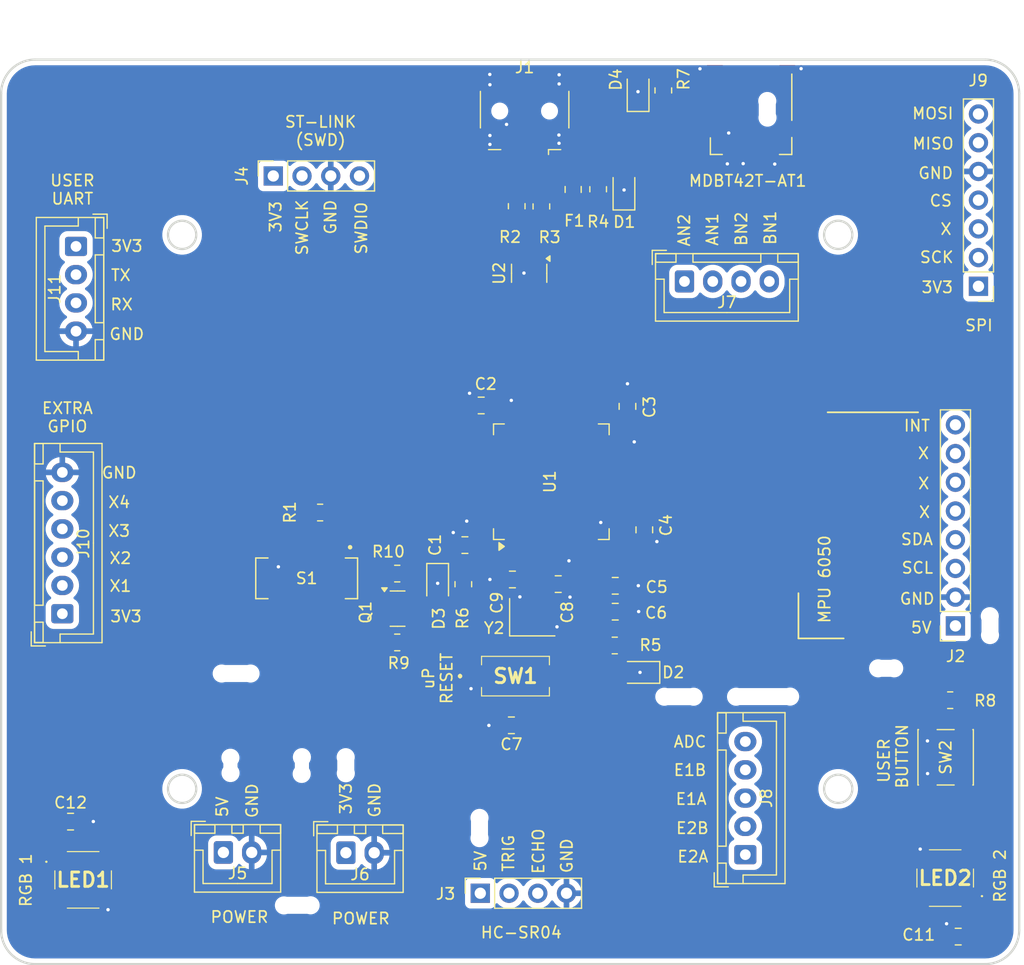
<source format=kicad_pcb>
(kicad_pcb (version 20241229) (generator "pcbnew") (generator_version "9.0")
  (layers (0 "F.Cu" signal) (2 "B.Cu" signal) (13 "F.Paste" user) (15 "B.Paste" user) (5 "F.SilkS" user "F.Silkscreen") (7 "B.SilkS" user "B.Silkscreen") (1 "F.Mask" user) (3 "B.Mask" user) (25 "Edge.Cuts" user))
  (net 0 "")
  (net 2 "/PS2_SCK")
  (net 3 "/PS2_MISO")
  (net 5 "/PS2_CS")
  (net 6 "/PS2_MOSI")
  (net 7 "Net-(U1-PA1)")
  (net 9 "/X4")
  (net 10 "/X3")
  (net 11 "/X1")
  (net 12 "/X2")
  (net 13 "/USER_TX")
  (net 16 "/USER_RX")
  (net 21 "/RESET")
  (net 28 "+3V3")
  (net 29 "GND")
  (net 33 "Net-(R1-Pad2)")
  (net 34 "/BOOT")
  (net 35 "/OSC_OUT")
  (net 36 "/OSC_IN")
  (net 37 "Net-(D1-A)")
  (net 39 "/D+")
  (net 40 "/D-")
  (net 41 "Net-(J1-VBUS)")
  (net 42 "/USB_CONN_D+")
  (net 43 "/USB_CONN_D-")
  (net 44 "Vusb")
  (net 45 "/USB_D+")
  (net 46 "/USB_D-")
  (net 47 "Net-(D2-A)")
  (net 48 "Net-(D3-A)")
  (net 49 "/USER_LED")
  (net 51 "+5V")
  (net 52 "/IMU_INT")
  (net 54 "/IMU_I2C_SCL")
  (net 56 "/IMU_I2C_SDA")
  (net 65 "Net-(D4-A)")
  (net 66 "/BL_WAKEUP")
  (net 67 "/BL_RX")
  (net 68 "/BL_TX")
  (net 69 "Net-(MDBT42T-AT1-INDICATOR)")
  (net 70 "/ULTRA_TRIG")
  (net 71 "/ULTRA_ECHO")
  (net 72 "/SWCLK")
  (net 73 "/SWDIO")
  (net 74 "/uBUTTON")
  (net 75 "/BN1")
  (net 76 "/AN1")
  (net 77 "/AN2")
  (net 78 "/BN2")
  (net 79 "/E2A")
  (net 80 "/E2B")
  (net 81 "/E1A")
  (net 82 "/E1B")
  (net 83 "/PWR_ADC")
  (net 84 "Net-(LED1-DOUT)")
  (net 85 "Net-(LED1-DIN)")
  (net 87 "/RGB_DIN")
  (footprint "Resistor_SMD:R_0805_2012Metric_Pad1.20x1.40mm_HandSolder" (layer "F.Cu") (at 137.68 42.715 -90)
    (property "Reference" "R2")
    (property "Value" "22")
  )
  (footprint "Package_QFP:LQFP-64_10x10mm_P0.5mm" (layer "F.Cu") (at 140.74 67.085 90)
    (property "Reference" "U1")
    (property "Value" "STM32F103RCTx")
  )
  (footprint "Resistor_SMD:R_0805_2012Metric_Pad1.20x1.40mm_HandSolder" (layer "F.Cu") (at 127.1175 81.3 180)
    (property "Reference" "R9")
    (property "Value" "10k")
  )
  (footprint "Resistor_SMD:R_0805_2012Metric_Pad1.20x1.40mm_HandSolder" (layer "F.Cu") (at 139.86 42.735 90)
    (property "Reference" "R3")
    (property "Value" "22")
  )
  (footprint "Capacitor_SMD:C_0805_2012Metric_Pad1.18x1.45mm_HandSolder" (layer "F.Cu") (at 98.2375 97.15)
    (property "Reference" "C12")
    (property "Value" "0.1uF")
  )
  (footprint "Connector_JST:JST_XH_B2B-XH-A_1x02_P2.50mm_Vertical" (layer "F.Cu") (at 122.58 99.9)
    (property "Reference" "J6")
    (property "Value" "CONN_3V3")
  )
  (footprint "Connector_PinHeader_2.54mm:PinHeader_1x07_P2.54mm_Vertical" (layer "F.Cu") (at 178.5 49.8 180)
    (property "Reference" "J9")
    (property "Value" "CONN_PS2")
  )
  (footprint "Connector_JST:JST_XH_B5B-XH-A_1x05_P2.50mm_Vertical" (layer "F.Cu") (at 157.89 100.07 90)
    (property "Reference" "J8")
    (property "Value" "CONN_HAL")
  )
  (footprint "Connector_PinSocket_2.54mm:PinSocket_1x08_P2.54mm_Vertical" (layer "F.Cu") (at 176.465 79.835 180)
    (property "Reference" "J2")
    (property "Value" "CONN_MPU6050")
  )
  (footprint "LED_SMD:LED_0805_2012Metric_Pad1.15x1.40mm_HandSolder" (layer "F.Cu") (at 148.41 32.475 90)
    (property "Reference" "D4")
    (property "Value" "BL_IND_LED")
  )
  (footprint "Package_TO_SOT_SMD:SOT-23" (layer "F.Cu") (at 127.1475 78.31)
    (property "Reference" "Q1")
    (property "Value" "BSS138")
  )
  (footprint "LED_SMD:LED_0805_2012Metric_Pad1.15x1.40mm_HandSolder" (layer "F.Cu") (at 130.69 76.18 -90)
    (property "Reference" "D3")
    (property "Value" "USER_LED")
  )
  (footprint "Resistor_SMD:R_0805_2012Metric_Pad1.20x1.40mm_HandSolder" (layer "F.Cu") (at 146.3475 81.57)
    (property "Reference" "R5")
    (property "Value" "10k")
  )
  (footprint "RGB_LED:INPI55TATPRPGPB" (layer "F.Cu") (at 99.35 102.3)
    (property "Reference" "LED1")
    (property "Value" "IN-PI55TATPRPGPB" (hide yes))
  )
  (footprint "Fuse:Fuse_0805_2012Metric_Pad1.15x1.40mm_HandSolder" (layer "F.Cu") (at 142.67 41.235 -90)
    (property "Reference" "F1")
    (property "Value" "PTCSMD")
  )
  (footprint "Capacitor_SMD:C_0805_2012Metric_Pad1.18x1.45mm_HandSolder" (layer "F.Cu") (at 137.3 75.73 180)
    (property "Reference" "C9")
    (property "Value" "22pF")
  )
  (footprint "Resistor_SMD:R_0805_2012Metric_Pad1.20x1.40mm_HandSolder" (layer "F.Cu") (at 127.1175 75.21 180)
    (property "Reference" "R10")
    (property "Value" "10k")
  )
  (footprint "Connector_PinSocket_2.54mm:PinSocket_1x04_P2.54mm_Vertical" (layer "F.Cu") (at 116.16 40.04 90)
    (property "Reference" "J4")
    (property "Value" "CONN_SWD")
  )
  (footprint "Resistor_SMD:R_0805_2012Metric_Pad1.20x1.40mm_HandSolder" (layer "F.Cu") (at 176 86.41)
    (property "Reference" "R8")
    (property "Value" "10k")
  )
  (footprint "Connector_JST:JST_XH_B4B-XH-A_1x04_P2.50mm_Vertical" (layer "F.Cu") (at 98.72 46.27 -90)
    (property "Reference" "J11")
    (property "Value" "CONN_UART")
  )
  (footprint "MDBT42T-AT:MDBT42T" (layer "F.Cu") (at 158.4 32.54)
    (property "Reference" "MDBT42T-AT1" (hide yes))
    (property "Value" "MDBT42T-AT" (hide yes))
  )
  (footprint "Capacitor_SMD:C_0805_2012Metric_Pad1.18x1.45mm_HandSolder" (layer "F.Cu") (at 134.54 60.34 180)
    (property "Reference" "C2")
    (property "Value" "0.1uF")
  )
  (footprint "Resistor_SMD:R_0805_2012Metric_Pad1.20x1.40mm_HandSolder" (layer "F.Cu") (at 132.96 76.15 -90)
    (property "Reference" "R6")
    (property "Value" "10k")
  )
  (footprint "Resistor_SMD:R_0805_2012Metric_Pad1.20x1.40mm_HandSolder" (layer "F.Cu") (at 150.64 32.475 90)
    (property "Reference" "R7")
    (property "Value" "10k")
  )
  (footprint "Capacitor_SMD:C_0805_2012Metric_Pad1.18x1.45mm_HandSolder" (layer "F.Cu") (at 148.96 71.34 -90)
    (property "Reference" "C4")
    (property "Value" "0.1uF")
  )
  (footprint "Package_TO_SOT_SMD:SOT-23-6" (layer "F.Cu") (at 138.78 48.6475 -90)
    (property "Reference" "U2")
    (property "Value" "USBLC6-2SC6")
  )
  (footprint "Capacitor_SMD:C_0805_2012Metric_Pad1.18x1.45mm_HandSolder" (layer "F.Cu") (at 146.39 76.29)
    (property "Reference" "C5")
    (property "Value" "0.1uF")
  )
  (footprint "Connector_PinSocket_2.54mm:PinSocket_1x04_P2.54mm_Vertical" (layer "F.Cu") (at 134.46 103.485 90)
    (property "Reference" "J3")
    (property "Value" "CONN_ULTRA")
  )
  (footprint "Connector_JST:JST_XH_B4B-XH-A_1x04_P2.50mm_Vertical" (layer "F.Cu") (at 152.51 49.37)
    (property "Reference" "J7")
    (property "Value" "CONN_DRIVE")
  )
  (footprint "Crystal:Crystal_SMD_Abracon_ABM8G-4Pin_3.2x2.5mm" (layer "F.Cu") (at 139.0525 79.07)
    (property "Reference" "Y2")
    (property "Value" "16MHz")
  )
  (footprint "SW_uP_Reset:SW_uP_Reset" (layer "F.Cu") (at 137.57 84.28)
    (property "Reference" "SW1")
    (property "Value" "SW_uP_Reset" (hide yes))
  )
  (footprint "Capacitor_SMD:C_0805_2012Metric_Pad1.18x1.45mm_HandSolder" (layer "F.Cu") (at 146.39 78.58)
    (property "Reference" "C6")
    (property "Value" "10uF")
  )
  (footprint "Connector_JST:JST_XH_B2B-XH-A_1x02_P2.50mm_Vertical" (layer "F.Cu") (at 111.75 99.875)
    (property "Reference" "J5")
    (property "Value" "CONN_5V")
  )
  (footprint "LED_SMD:LED_0805_2012Metric_Pad1.15x1.40mm_HandSolder" (layer "F.Cu") (at 148.4675 83.95 180)
    (property "Reference" "D2")
    (property "Value" "uP_PWR_LED")
  )
  (footprint "Capacitor_SMD:C_0805_2012Metric_Pad1.18x1.45mm_HandSolder" (layer "F.Cu") (at 133.1 72.69 180)
    (property "Reference" "C1")
    (property "Value" "0.1uF")
  )
  (footprint "RGB_LED:INPI55TATPRPGPB" (layer "F.Cu") (at 175.56 102.14 180)
    (property "Reference" "LED2")
    (property "Value" "IN-PI55TATPRPGPB" (hide yes))
  )
  (footprint "Capacitor_SMD:C_0805_2012Metric_Pad1.18x1.45mm_HandSolder" (layer "F.Cu") (at 141.35 76.14)
    (property "Reference" "C8")
    (property "Value" "22pF")
  )
  (footprint "Resistor_SMD:R_0805_2012Metric_Pad1.20x1.40mm_HandSolder" (layer "F.Cu") (at 120.3 69.81 180)
    (property "Reference" "R1")
    (property "Value" "10k")
  )
  (footprint "Connector_JST:JST_XH_B6B-XH-A_1x06_P2.50mm_Vertical" (layer "F.Cu") (at 97.51 78.76 90)
    (property "Reference" "J10")
    (property "Value" "CONN_TRACK")
  )
  (footprint "Capacitor_SMD:C_0805_2012Metric_Pad1.18x1.45mm_HandSolder" (layer "F.Cu") (at 147.47 60.42 90)
    (property "Reference" "C3")
    (property "Value" "0.1uF")
  )
  (footprint "Button_Switch_SMD:SW_SPST_PTS647_Sx50" (layer "F.Cu") (at 175.6 91.46 -90)
    (property "Reference" "SW2")
    (property "Value" "SW_USER")
  )
  (footprint "LED_SMD:LED_0805_2012Metric_Pad1.15x1.40mm_HandSolder" (layer "F.Cu") (at 147.16 41.185 90)
    (property "Reference" "D1")
    (property "Value" "USB_PWR_LED")
  )
  (footprint "SW_uP_Boot:SW_uP_Boot" (layer "F.Cu") (at 119.11 75.63 180)
    (property "Reference" "S1")
    (property "Value" "JS202011SCQN")
  )
  (footprint "Capacitor_SMD:C_0805_2012Metric_Pad1.18x1.45mm_HandSolder" (layer "F.Cu") (at 176.71 107.32 180)
    (property "Reference" "C11")
    (property "Value" "0.1uF")
  )
  (footprint "Connector_USB:USB_Mini-B_Lumberg_2486_01_Horizontal" (layer "F.Cu") (at 138.38 34.3 180)
    (property "Reference" "J1")
    (property "Value" "USB_B_Mini")
  )
  (footprint "Capacitor_SMD:C_0805_2012Metric_Pad1.18x1.45mm_HandSolder" (layer "F.Cu") (at 137.21 88.63 180)
    (property "Reference" "C7")
    (property "Value" "0.01uF")
  )
  (footprint "Resistor_SMD:R_0805_2012Metric_Pad1.20x1.40mm_HandSolder" (layer "F.Cu") (at 144.88 41.215 90)
    (property "Reference" "R4")
    (property "Value" "10k")
  )
  (gr_line (start 162.585 80.945) (end 166.585 80.945) (stroke (width 0.15)) (layer "F.SilkS"))
  (gr_line (start 162.585 80.945) (end 162.585 76.945) (stroke (width 0.15)) (layer "F.SilkS"))
  (gr_line (start 173.165 60.945) (end 165.165 60.945) (stroke (width 0.15)) (layer "F.SilkS"))
  (gr_arc (start 179.1 29.750001) (mid 181.22132 30.628681) (end 182.1 32.750001) (stroke (width 0.2)) (layer "Edge.Cuts"))
  (gr_arc (start 182.1 106.750001) (mid 181.22132 108.871321) (end 179.1 109.750001) (stroke (width 0.2)) (layer "Edge.Cuts"))
  (gr_line (start 179.1 29.750001) (end 95.100001 29.750001) (stroke (width 0.2)) (layer "Edge.Cuts"))
  (gr_circle (center 108.1 94.250001) (end 109.35 94.250001) (stroke (width 0.2)) (fill no) (layer "Edge.Cuts"))
  (gr_circle (center 108.1 45.250001) (end 109.35 45.250001) (stroke (width 0.2)) (fill no) (layer "Edge.Cuts"))
  (gr_line (start 179.1 109.750001) (end 95.100001 109.750001) (stroke (width 0.2)) (layer "Edge.Cuts"))
  (gr_arc (start 95.100001 109.750001) (mid 92.97868 108.871321) (end 92.1 106.75) (stroke (width 0.2)) (layer "Edge.Cuts"))
  (gr_arc (start 92.1 32.750002) (mid 92.97868 30.628681) (end 95.100001 29.750001) (stroke (width 0.2)) (layer "Edge.Cuts"))
  (gr_line (start 182.1 106.750001) (end 182.1 32.750001) (stroke (width 0.2)) (layer "Edge.Cuts"))
  (gr_circle (center 166.1 94.250001) (end 167.35 94.250001) (stroke (width 0.2)) (fill no) (layer "Edge.Cuts"))
  (gr_circle (center 166.1 45.250001) (end 167.35 45.250001) (stroke (width 0.2)) (fill no) (layer "Edge.Cuts"))
  (gr_line (start 92.1 106.75) (end 92.1 32.750002) (stroke (width 0.2)) (layer "Edge.Cuts"))
  (gr_text "5V" (at 111.65 95.84 90) (layer "F.SilkS") (effects (font (size 1 1))))
  (gr_text "X2" (at 102.65 73.85 0) (layer "F.SilkS") (effects (font (size 1 1))))
  (gr_text "ECHO" (at 139.6 99.77 90) (layer "F.SilkS") (effects (font (size 1 1))))
  (gr_text "E1B" (at 153 92.59 0) (layer "F.SilkS") (effects (font (size 1 1))))
  (gr_text "AN1" (at 154.98 44.77 90) (layer "F.SilkS") (effects (font (size 1 1))))
  (gr_text "X" (at 173.73 69.78 0) (layer "F.SilkS") (effects (font (size 1 1))))
  (gr_text "GND" (at 121.22 43.68 90) (layer "F.SilkS") (effects (font (size 1 1))))
  (gr_text "MOSI" (at 174.46 34.51 0) (layer "F.SilkS") (effects (font (size 1 1))))
  (gr_text "3V3" (at 103.22 46.24 0) (layer "F.SilkS") (effects (font (size 1 1))))
  (gr_text "E2A" (at 153.25 100.25 0) (layer "F.SilkS") (effects (font (size 1 1))))
  (gr_text "TX" (at 102.68 48.82 0) (layer "F.SilkS") (effects (font (size 1 1))))
  (gr_text "GND" (at 103.21 54.03 0) (layer "F.SilkS") (effects (font (size 1 1))))
  (gr_text "HC-SR04" (at 138.08 106.96 0) (layer "F.SilkS") (effects (font (size 1 1))))
  (gr_text "3V3" (at 116.37 43.65 90) (layer "F.SilkS") (effects (font (size 1 1))))
  (gr_text "E1A" (at 153.1 95.15 0) (layer "F.SilkS") (effects (font (size 1 1))))
  (gr_text "X" (at 175.63 44.74 0) (layer "F.SilkS") (effects (font (size 1 1))))
  (gr_text "RX" (at 102.75 51.41 0) (layer "F.SilkS") (effects (font (size 1 1))))
  (gr_text "X4" (at 102.54 68.9 0) (layer "F.SilkS") (effects (font (size 1 1))))
  (gr_text "SCL" (at 173.1 74.7 0) (layer "F.SilkS") (effects (font (size 1 1))))
  (gr_text "SDA" (at 173.06 72.18 0) (layer "F.SilkS") (effects (font (size 1 1))))
  (gr_text "POWER" (at 123.9 105.72 0) (layer "F.SilkS") (effects (font (size 1 1))))
  (gr_text "GND" (at 125.12 95.26 90) (layer "F.SilkS") (effects (font (size 1 1))))
  (gr_text "3V3" (at 174.86 49.89 0) (layer "F.SilkS") (effects (font (size 1 1))))
  (gr_text "GND" (at 114.29 95.3 90) (layer "F.SilkS") (effects (font (size 1 1))))
  (gr_text "3V3" (at 103.14 79 0) (layer "F.SilkS") (effects (font (size 1 1))))
  (gr_text "MPU 6050" (at 165.485 79.685 90) (layer "F.SilkS") (effects (font (size 1 1)) (justify left bottom)))
  (gr_text "ADC" (at 153 90.09 0) (layer "F.SilkS") (effects (font (size 1 1))))
  (gr_text "uP \nRESET " (at 130.68 84.1 90) (layer "F.SilkS") (effects (font (size 1 1))))
  (gr_text "RGB 1" (at 94.29 102.33 90) (layer "F.SilkS") (effects (font (size 1 1))))
  (gr_text "5V" (at 173.45 79.99 0) (layer "F.SilkS") (effects (font (size 1 1))))
  (gr_text "INT" (at 173.06 62.13 0) (layer "F.SilkS") (effects (font (size 1 1))))
  (gr_text "SWDIO" (at 123.94 44.66 90) (layer "F.SilkS") (effects (font (size 1 1))))
  (gr_text "GND" (at 173.08 77.44 0) (layer "F.SilkS") (effects (font (size 1 1))))
  (gr_text "3V3" (at 122.58 95.11 90) (layer "F.SilkS") (effects (font (size 1 1))))
  (gr_text "SCK" (at 174.81 47.23 0) (layer "F.SilkS") (effects (font (size 1 1))))
  (gr_text "USER\nUART" (at 98.4 41.25 0) (layer "F.SilkS") (effects (font (size 1 1))))
  (gr_text "TRIG" (at 136.95 99.95 90) (layer "F.SilkS") (effects (font (size 1 1))))
  (gr_text "EXTRA\nGPIO" (at 97.96 61.39 0) (layer "F.SilkS") (effects (font (size 1 1))))
  (gr_text "GND\n" (at 174.72 39.79 0) (layer "F.SilkS") (effects (font (size 1 1))))
  (gr_text "GND" (at 102.54 66.29 0) (layer "F.SilkS") (effects (font (size 1 1))))
  (gr_text "X3" (at 102.54 71.44 0) (layer "F.SilkS") (effects (font (size 1 1))))
  (gr_text "X1" (at 102.65 76.31 0) (layer "F.SilkS") (effects (font (size 1 1))))
  (gr_text "X" (at 173.66 67.24 0) (layer "F.SilkS") (effects (font (size 1 1))))
  (gr_text "CS" (at 175.17 42.23 0) (layer "F.SilkS") (effects (font (size 1 1))))
  (gr_text "USER \nBUTTON" (at 170.95 91.37 90) (layer "F.SilkS") (effects (font (size 1 1))))
  (gr_text "BN1" (at 160.1 44.63 90) (layer "F.SilkS") (effects (font (size 1 1))))
  (gr_text "MISO" (at 174.49 37.18 0) (layer "F.SilkS") (effects (font (size 1 1))))
  (gr_text "X" (at 173.64 64.57 0) (layer "F.SilkS") (effects (font (size 1 1))))
  (gr_text "SPI" (at 178.54 53.26 0) (layer "F.SilkS") (effects (font (size 1 1))))
  (gr_text "MDBT42T-AT1" (at 158.1 40.47 0) (layer "F.SilkS") (effects (font (size 1 1))))
  (gr_text "GND" (at 142.11 100.17 90) (layer "F.SilkS") (effects (font (size 1 1))))
  (gr_text "AN2" (at 152.49 44.83 90) (layer "F.SilkS") (effects (font (size 1 1))))
  (gr_text "SWCLK" (at 118.71 44.6 90) (layer "F.SilkS") (effects (font (size 1 1))))
  (gr_text "ST-LINK\n(SWD)" (at 120.34 36.06 0) (layer "F.SilkS") (effects (font (size 1 1))))
  (gr_text "5V" (at 134.48 100.64 90) (layer "F.SilkS") (effects (font (size 1 1))))
  (gr_text "POWER" (at 113.17 105.59 0) (layer "F.SilkS") (effects (font (size 1 1))))
  (gr_text "RGB 2" (at 180.4 101.94 90) (layer "F.SilkS") (effects (font (size 1 1))))
  (gr_text "E2B" (at 153.21 97.73 0) (layer "F.SilkS") (effects (font (size 1 1))))
  (gr_text "BN2" (at 157.54 44.72 90) (layer "F.SilkS") (effects (font (size 1 1))))
  (segment (start 143.99 72.76) (end 144.49 72.76) (width 0.254) (layer "F.Cu") (net 7))
  (segment (start 147.295 63.335) (end 147.47 63.16) (width 0.254) (layer "F.Cu") (net 28))
  (segment (start 133.78 71.21) (end 133.78 72.3325) (width 0.254) (layer "F.Cu") (net 28))
  (segment (start 145.3525 78.58) (end 145.3525 76.29) (width 0.508) (layer "F.Cu") (net 28))
  (segment (start 135.6475 60.27) (end 135.5775 60.34) (width 0.254) (layer "F.Cu") (net 28))
  (segment (start 148.4925 69.835) (end 148.96 70.3025) (width 0.254) (layer "F.Cu") (net 28))
  (segment (start 147.47 63.16) (end 147.47 61.4575) (width 0.254) (layer "F.Cu") (net 28))
  (segment (start 142.99 72.76) (end 142.99 70.305) (width 0.254) (layer "F.Cu") (net 28))
  (segment (start 142.99 70.305) (end 142.52 69.835) (width 0.254) (layer "F.Cu") (net 28))
  (segment (start 136.66 60.27) (end 135.6475 60.27) (width 0.254) (layer "F.Cu") (net 28))
  (segment (start 136.99 61.41) (end 136.99 60.6) (width 0.254) (layer "F.Cu") (net 28))
  (segment (start 144.93 69.385) (end 144.48 69.835) (width 0.254) (layer "F.Cu") (net 28))
  (segment (start 142.99 73.9275) (end 145.3525 76.29) (width 0.254) (layer "F.Cu") (net 28))
  (segment (start 145.155 63.335) (end 144.93 63.56) (width 0.254) (layer "F.Cu") (net 28))
  (segment (start 136.99 60.6) (end 136.66 60.27) (width 0.254) (layer "F.Cu") (net 28))
  (segment (start 133.78 72.3325) (end 134.1375 72.69) (width 0.254) (layer "F.Cu") (net 28))
  (segment (start 144.48 69.835) (end 142.52 69.835) (width 0.254) (layer "F.Cu") (net 28))
  (segment (start 144.93 63.56) (end 144.93 69.385) (width 0.254) (layer "F.Cu") (net 28))
  (segment (start 137.615 69.835) (end 136.99 69.21) (width 0.254) (layer "F.Cu") (net 28))
  (segment (start 136.99 69.21) (end 136.99 61.41) (width 0.254) (layer "F.Cu") (net 28))
  (segment (start 142.99 72.76) (end 142.99 73.9275) (width 0.254) (layer "F.Cu") (net 28))
  (segment (start 145.3475 78.585) (end 145.3525 78.58) (width 0.508) (layer "F.Cu") (net 28))
  (segment (start 145.3475 81.57) (end 145.3475 78.585) (width 0.508) (layer "F.Cu") (net 28))
  (segment (start 136.99 69.21) (end 136.99 70.45) (width 0.254) (layer "F.Cu") (net 28))
  (segment (start 134.155 70.835) (end 133.78 71.21) (width 0.254) (layer "F.Cu") (net 28))
  (segment (start 146.415 69.835) (end 148.4925 69.835) (width 0.254) (layer "F.Cu") (net 28))
  (segment (start 146.415 63.335) (end 147.295 63.335) (width 0.254) (layer "F.Cu") (net 28))
  (segment (start 136.605 70.835) (end 135.065 70.835) (width 0.254) (layer "F.Cu") (net 28))
  (segment (start 146.415 69.835) (end 144.48 69.835) (width 0.254) (layer "F.Cu") (net 28))
  (segment (start 135.065 70.835) (end 134.155 70.835) (width 0.254) (layer "F.Cu") (net 28))
  (segment (start 146.415 63.335) (end 145.155 63.335) (width 0.254) (layer "F.Cu") (net 28))
  (segment (start 142.52 69.835) (end 137.615 69.835) (width 0.254) (layer "F.Cu") (net 28))
  (segment (start 136.99 70.45) (end 136.605 70.835) (width 0.254) (layer "F.Cu") (net 28))
  (segment (start 145.465 70.335) (end 145.11 70.69) (width 0.254) (layer "F.Cu") (net 29))
  (segment (start 137.96 77.27) (end 137.96 78.2125) (width 0.508) (layer "F.Cu") (net 29))
  (segment (start 148.43 76.28) (end 147.4375 76.28) (width 0.508) (layer "F.Cu") (net 29))
  (segment (start 173.36 99.59) (end 173.35 99.58) (width 0.508) (layer "F.Cu") (net 29))
  (segment (start 135.31 75.73) (end 136.2625 75.73) (width 0.508) (layer "F.Cu") (net 29))
  (segment (start 160.5 38.98) (end 160.49 38.99) (width 0.381) (layer "F.Cu") (net 29))
  (segment (start 175.6725 106.1875) (end 175.68 106.18) (width 0.508) (layer "F.Cu") (net 29))
  (segment (start 100.24 97.15) (end 100.25 97.14) (width 0.508) (layer "F.Cu") (net 29))
  (segment (start 135.065 70.335) (end 133.495 70.335) (width 0.254) (layer "F.Cu") (net 29))
  (segment (start 174 88.835) (end 174 90) (width 0.508) (layer "F.Cu") (net 29))
  (segment (start 160.5 37.74) (end 160.5 38.98) (width 0.381) (layer "F.Cu") (net 29))
  (segment (start 173.36 100.54) (end 173.36 99.59) (width 0.508) (layer "F.Cu") (net 29))
  (segment (start 137.96 78.2125) (end 137.9525 78.22) (width 0.508) (layer "F.Cu") (net 29))
  (segment (start 147.4375 78.57) (end 147.4275 78.58) (width 0.508) (layer "F.Cu") (net 29))
  (segment (start 141.24 79.92) (end 140.1525 79.92) (width 0.508) (layer "F.Cu") (net 29))
  (segment (start 136.1725 88.63) (end 135.23 88.63) (width 0.508) (layer "F.Cu") (net 29))
  (segment (start 138.78 48.17) (end 138.32 48.63) (width 0.254) (layer "F.Cu") (net 29))
  (segment (start 148.41 33.5) (end 148.41 32.595) (width 0.508) (layer "F.Cu") (net 29))
  (segment (start 138.78 47.51) (end 138.78 48.17) (width 0.254) (layer "F.Cu") (net 29))
  (segment (start 135.23 88.63) (end 135.22 88.64) (width 0.508) (layer "F.Cu") (net 29))
  (segment (start 133.51 60.3325) (end 133.5025 60.34) (width 0.508) (layer "F.Cu") (net 29))
  (segment (start 137.49 61.41) (end 137.49 60.18) (width 0.254) (layer "F.Cu") (net 29))
  (segment (start 133.495 70.335) (end 133.26 70.57) (width 0.254) (layer "F.Cu") (net 29))
  (segment (start 142.39 76.1425) (end 142.3875 76.14) (width 0.508) (layer "F.Cu") (net 29))
  (segment (start 137.49 60.18) (end 137.2 59.89) (width 0.254) (layer "F.Cu") (net 29))
  (segment (start 132.07 71.58) (end 132.07 72.6825) (width 0.508) (layer "F.Cu") (net 29))
  (segment (start 146.415 63.835) (end 147.795 63.835) (width 0.254) (layer "F.Cu") (net 29))
  (segment (start 132.07 72.6825) (end 132.0625 72.69) (width 0.508) (layer "F.Cu") (net 29))
  (segment (start 155.2 30.54) (end 155.18 30.56) (width 0.381) (layer "F.Cu") (net 29))
  (segment (start 147.795 63.835) (end 148.07 63.56) (width 0.254) (layer "F.Cu") (net 29))
  (segment (start 133.64 85.39) (end 133.64 84.86) (width 0.508) (layer "F.Cu") (net 29))
  (segment (start 174 94.085) (end 174 92.9) (width 0.508) (layer "F.Cu") (net 29))
  (segment (start 136.78 37) (end 136.78 35.48) (width 0.381) (layer "F.Cu") (net 29))
  (segment (start 116.61 74.61) (end 116.61 72.88) (width 0.508) (layer "F.Cu") (net 29))
  (segment (start 155.2 36.24) (end 156.42 36.24) (width 0.381) (layer "F.Cu") (net 29))
  (segment (start 155.18 30.56) (end 153.88 30.56) (width 0.381) (layer "F.Cu") (net 29))
  (segment (start 147.17 42.2) (end 147.16 42.21) (width 0.508) (layer "F.Cu") (net 29))
  (segment (start 174 90) (end 173.99 90.01) (width 0.508) (layer "F.Cu") (net 29))
  (segment (start 142.39 77.29) (end 142.39 76.1425) (width 0.508) (layer "F.Cu") (net 29))
  (segment (start 148.9625 72.38) (end 148.96 72.3775) (width 0.508) (layer "F.Cu") (net 29))
  (segment (start 130.69 76.07) (end 130.69 75.155) (width 0.508) (layer "F.Cu") (net 29))
  (segment (start 156.3 37.74) (end 156.3 38.97) (width 0.381) (layer "F.Cu") (net 29))
  (segment (start 157.7 37.74) (end 157.7 38.95) (width 0.381) (layer "F.Cu") (net 29))
  (segment (start 147.47 58.42) (end 147.47 59.3825) (width 0.508) (layer "F.Cu") (net 29))
  (segment (start 142.49 72.76) (end 142.49 73.89) (width 0.254) (layer "F.Cu") (net 29))
  (segment (start 133.51 59.26) (end 133.51 60.3325) (width 0.508) (layer "F.Cu") (net 29))
  (segment (start 148.58 83.95) (end 149.4925 83.95) (width 0.508) (layer "F.Cu") (net 29))
  (segment (start 175.6725 107.32) (end 175.6725 106.1875) (width 0.508) (layer "F.Cu") (net 29))
  (segment (start 147.17 41.28) (end 147.17 42.2) (width 0.508) (layer "F.Cu") (net 29))
  (segment (start 133.64 84.86) (end 134.22 84.28) (width 0.508) (layer "F.Cu") (net 29))
  (segment (start 101.55 103.9) (end 101.55 104.94) (width 0.508) (layer "F.Cu") (net 29))
  (segment (start 142.49 73.89) (end 142.3 74.08) (width 0.254) (layer "F.Cu") (net 29))
  (segment (start 147.4375 76.28) (end 147.4275 76.29) (width 0.508) (layer "F.Cu") (net 29))
  (segment (start 146.415 70.335) (end 145.465 70.335) (width 0.254) (layer "F.Cu") (net 29))
  (segment (start 148.46 78.57) (end 147.4375 78.57) (width 0.508) (layer "F.Cu") (net 29))
  (segment (start 148.41 32.595) (end 148.4 32.585) (width 0.508) (layer "F.Cu") (net 29))
  (segment (start 161.6 30.54) (end 162.81 30.54) (width 0.381) (layer "F.Cu") (net 29))
  (segment (start 150.07 72.38) (end 148.9625 72.38) (width 0.508) (layer "F.Cu") (net 29))
  (segment (start 162.81 30.54) (end 162.82 30.55) (width 0.381) (layer "F.Cu") (net 29))
  (segment (start 99.275 97.15) (end 100.24 97.15) (width 0.508) (layer "F.Cu") (net 29))
  (via (at 135.3 31.06) (size 0.6) (drill 0.3) (layers "F.Cu" "B.Cu") (net 29))
  (via (at 135.31 31.97) (size 0.6) (drill 0.3) (layers "F.Cu" "B.Cu") (net 29))
  (via (at 138.32 48.63) (size 0.6) (drill 0.3) (layers "F.Cu" "B.Cu") (net 29))
  (via (at 101.55 104.94) (size 0.6) (drill 0.3) (layers "F.Cu" "B.Cu") (net 29))
  (via (at 136.78 35.48) (size 0.6) (drill 0.3) (layers "F.Cu" "B.Cu") (net 29))
  (via (at 137.2 59.89) (size 0.6) (drill 0.3) (layers "F.Cu" "B.Cu") (net 29))
  (via (at 135.31 36.46) (size 0.6) (drill 0.3) (layers "F.Cu" "B.Cu") (net 29))
  (via (at 100.25 97.14) (size 0.6) (drill 0.3) (layers "F.Cu" "B.Cu") (net 29))
  (via (at 148.43 76.28) (size 0.6) (drill 0.3) (layers "F.Cu" "B.Cu") (net 29))
  (via (at 133.26 70.57) (size 0.6) (drill 0.3) (layers "F.Cu" "B.Cu") (net 29))
  (via (at 160.49 38.99) (size 0.6) (drill 0.3) (layers "F.Cu" "B.Cu") (net 29))
  (via (at 156.3 38.97) (size 0.6) (drill 0.3) (layers "F.Cu" "B.Cu") (net 29))
  (via (at 135.31 75.73) (size 0.6) (drill 0.3) (layers "F.Cu" "B.Cu") (net 29))
  (via (at 141.24 79.92) (size 0.6) (drill 0.3) (layers "F.Cu" "B.Cu") (net 29))
  (via (at 116.61 74.61) (size 0.6) (drill 0.3) (layers "F.Cu" "B.Cu") (net 29))
  (via (at 162.82 30.55) (size 0.6) (drill 0.3) (layers "F.Cu" "B.Cu") (net 29))
  (via (at 150.07 72.38) (size 0.6) (drill 0.3) (layers "F.Cu" "B.Cu") (net 29))
  (via (at 174 92.9) (size 0.6) (drill 0.3) (layers "F.Cu" "B.Cu") (net 29))
  (via (at 132.07 71.58) (size 0.6) (drill 0.3) (layers "F.Cu" "B.Cu") (net 29))
  (via (at 133.64 85.39) (size 0.6) (drill 0.3) (layers "F.Cu" "B.Cu") (net 29))
  (via (at 141.41 36.42) (size 0.6) (drill 0.3) (layers "F.Cu" "B.Cu") (net 29))
  (via (at 145.11 70.69) (size 0.6) (drill 0.3) (layers "F.Cu" "B.Cu") (net 29))
  (via (at 173.35 99.58) (size 0.6) (drill 0.3) (layers "F.Cu" "B.Cu") (net 29))
  (via (at 153.88 30.56) (size 0.6) (drill 0.3) (layers "F.Cu" "B.Cu") (net 29))
  (via (at 148.58 83.95) (size 0.6) (drill 0.3) (layers "F.Cu" "B.Cu") (net 29))
  (via (at 135.22 88.64) (size 0.6) (drill 0.3) (layers "F.Cu" "B.Cu") (net 29))
  (via (at 141.42 37.15) (size 0.6) (drill 0.3) (layers "F.Cu" "B.Cu") (net 29))
  (via (at 141.43 31.9) (size 0.6) (drill 0.3) (layers "F.Cu" "B.Cu") (net 29))
  (via (at 141.43 31.09) (size 0.6) (drill 0.3) (layers "F.Cu" "B.Cu") (net 29))
  (via (at 157.7 38.95) (size 0.6) (drill 0.3) (layers "F.Cu" "B.Cu") (net 29))
  (via (at 175.68 106.18) (size 0.6) (drill 0.3) (layers "F.Cu" "B.Cu") (net 29))
  (via (at 148.46 78.57) (size 0.6) (drill 0.3) (layers "F.Cu" "B.Cu") (net 29))
  (via (at 137.96 77.27) (size 0.6) (drill 0.3) (layers "F.Cu" "B.Cu") (net 29))
  (via (at 148.07 63.56) (size 0.6) (drill 0.3) (layers "F.Cu" "B.Cu") (net 29))
  (via (at 148.4 32.585) (size 0.6) (drill 0.3) (layers "F.Cu" "B.Cu") (net 29))
  (via (at 156.42 36.24) (size 0.6) (drill 0.3) (layers "F.Cu" "B.Cu") (net 29))
  (via (at 130.69 76.07) (size 0.6) (drill 0.3) (layers "F.Cu" "B.Cu") (net 29))
  (via (at 133.51 59.26) (size 0.6) (drill 0.3) (layers "F.Cu" "B.Cu") (net 29))
  (via (at 142.39 77.29) (size 0.6) (drill 0.3) (layers "F.Cu" "B.Cu") (net 29))
  (via (at 173.99 90.01) (size 0.6) (drill 0.3) (layers "F.Cu" "B.Cu") (net 29))
  (via (at 142.3 74.08) (size 0.6) (drill 0.3) (layers "F.Cu" "B.Cu") (net 29))
  (via (at 147.47 58.42) (size 0.6) (drill 0.3) (layers "F.Cu" "B.Cu") (net 29))
  (via (at 135.31 37.25) (size 0.6) (drill 0.3) (layers "F.Cu" "B.Cu") (net 29))
  (via (at 147.17 41.28) (size 0.6) (drill 0.3) (layers "F.Cu" "B.Cu") (net 29))
  (segment (start 140.3125 75.0325) (end 140.3125 76.14) (width 0.254) (layer "F.Cu") (net 35))
  (segment (start 139.49 74.21) (end 140.3125 75.0325) (width 0.254) (layer "F.Cu") (net 35))
  (segment (start 140.3125 78.06) (end 140.1525 78.22) (width 0.254) (layer "F.Cu") (net 35))
  (segment (start 139.49 72.76) (end 139.49 74.21) (width 0.254) (layer "F.Cu") (net 35))
  (segment (start 140.3125 76.14) (end 140.3125 78.06) (width 0.254) (layer "F.Cu") (net 35))
  (segment (start 138.69 79.92) (end 139.03 79.58) (width 0.254) (layer "F.Cu") (net 36))
  (segment (start 137.9525 79.92) (end 138.69 79.92) (width 0.254) (layer "F.Cu") (net 36))
  (segment (start 138.99 73.83) (end 138.41 74.41) (width 0.254) (layer "F.Cu") (net 36))
  (segment (start 139.03 76.4225) (end 138.3375 75.73) (width 0.254) (layer "F.Cu") (net 36))
  (segment (start 138.41 74.41) (end 138.41 75.6575) (width 0.254) (layer "F.Cu") (net 36))
  (segment (start 139.03 79.58) (end 139.03 76.4225) (width 0.254) (layer "F.Cu") (net 36))
  (segment (start 138.99 72.76) (end 138.99 73.83) (width 0.254) (layer "F.Cu") (net 36))
  (segment (start 138.41 75.6575) (end 138.3375 75.73) (width 0.254) (layer "F.Cu") (net 36))
  (segment (start 147.105 40.215) (end 144.88 40.215) (width 0.508) (layer "F.Cu") (net 37))
  (segment (start 147.16 40.16) (end 147.105 40.215) (width 0.508) (layer "F.Cu") (net 37))
  (segment (start 138.555 38.675001) (end 138.555 40.095) (width 0.2) (layer "F.Cu") (net 39))
  (segment (start 138.38 38.500001) (end 138.555 38.675001) (width 0.2) (layer "F.Cu") (net 39))
  (segment (start 138.38 37) (end 138.38 38.500001) (width 0.2) (layer "F.Cu") (net 39))
  (segment (start 138.555 40.095) (end 137.68 40.97) (width 0.2) (layer "F.Cu") (net 39))
  (segment (start 137.68 40.97) (end 137.68 41.715) (width 0.2) (layer "F.Cu") (net 39))
  (segment (start 139.18 38.500001) (end 139.005 38.675001) (width 0.2) (layer "F.Cu") (net 40))
  (segment (start 139.005 40.095) (end 139.86 40.95) (width 0.2) (layer "F.Cu") (net 40))
  (segment (start 139.86 40.95) (end 139.86 41.735) (width 0.2) (layer "F.Cu") (net 40))
  (segment (start 139.18 37) (end 139.18 38.500001) (width 0.2) (layer "F.Cu") (net 40))
  (segment (start 139.005 38.675001) (end 139.005 40.095) (width 0.2) (layer "F.Cu") (net 40))
  (segment (start 139.98 37) (end 139.98 38.59) (width 0.381) (layer "F.Cu") (net 41))
  (segment (start 140.33 38.94) (end 142.3 38.94) (width 0.381) (layer "F.Cu") (net 41))
  (segment (start 142.3 38.94) (end 142.67 39.31) (width 0.381) (layer "F.Cu") (net 41))
  (segment (start 142.67 39.31) (end 142.67 40.21) (width 0.381) (layer "F.Cu") (net 41))
  (segment (start 139.98 38.59) (end 140.33 38.94) (width 0.381) (layer "F.Cu") (net 41))
  (segment (start 138.554999 45.998197) (end 137.83 46.723196) (width 0.2) (layer "F.Cu") (net 42))
  (segment (start 137.83 46.723196) (end 137.83 47.51) (width 0.2) (layer "F.Cu") (net 42))
  (segment (start 137.68 43.715) (end 138.554999 44.589999) (width 0.2) (layer "F.Cu") (net 42))
  (segment (start 138.554999 44.589999) (end 138.554999 45.998197) (width 0.2) (layer "F.Cu") (net 42))
  (segment (start 139.73 46.536802) (end 139.73 47.51) (width 0.2) (layer "F.Cu") (net 43))
  (segment (start 139.005001 45.811803) (end 139.73 46.536802) (width 0.2) (layer "F.Cu") (net 43))
  (segment (start 139.005001 44.589999) (end 139.005001 45.811803) (width 0.2) (layer "F.Cu") (net 43))
  (segment (start 139.86 43.735) (end 139.005001 44.589999) (width 0.2) (layer "F.Cu") (net 43))
  (segment (start 138.78 49.23) (end 139.34 48.67) (width 0.254) (layer "F.Cu") (net 44))
  (segment (start 139.34 48.67) (end 142.29 48.67) (width 0.254) (layer "F.Cu") (net 44))
  (segment (start 142.29 48.67) (end 142.67 48.29) (width 0.254) (layer "F.Cu") (net 44))
  (segment (start 138.78 49.785) (end 138.78 49.23) (width 0.254) (layer "F.Cu") (net 44))
  (segment (start 142.715 42.215) (end 142.67 42.26) (width 0.508) (layer "F.Cu") (net 44))
  (segment (start 144.88 42.215) (end 142.715 42.215) (width 0.508) (layer "F.Cu") (net 44))
  (segment (start 142.67 48.29) (end 142.67 42.26) (width 0.254) (layer "F.Cu") (net 44))
  (segment (start 137.83 50.778751) (end 137.83 49.785) (width 0.2) (layer "F.Cu") (net 45))
  (segment (start 138.49 60.247499) (end 138.515 60.222499) (width 0.2) (layer "F.Cu") (net 45))
  (segment (start 138.49 61.41) (end 138.49 60.247499) (width 0.2) (layer "F.Cu") (net 45))
  (segment (start 137.83 50.778751) (end 138.515 51.46375) (width 0.2) (layer "F.Cu") (net 45))
  (segment (start 138.515 60.222499) (end 138.515 51.46375) (width 0.2) (layer "F.Cu") (net 45))
  (segment (start 138.965 51.543751) (end 139.73 50.778751) (width 0.2) (layer "F.Cu") (net 46))
  (segment (start 138.99 60.247499) (end 138.965 60.222499) (width 0.2) (layer "F.Cu") (net 46))
  (segment (start 139.73 50.778751) (end 139.73 49.785) (width 0.2) (layer "F.Cu") (net 46))
  (segment (start 138.965 60.222499) (end 138.965 51.543751) (width 0.2) (layer "F.Cu") (net 46))
  (segment (start 138.99 61.41) (end 138.99 60.247499) (width 0.2) (layer "F.Cu") (net 46))
  (segment (start 147.3475 83.855) (end 147.4425 83.95) (width 0.508) (layer "F.Cu") (net 47))
  (segment (start 147.3475 81.57) (end 147.3475 83.855) (width 0.508) (layer "F.Cu") (net 47))
  (segment (start 130.745 77.15) (end 130.69 77.205) (width 0.254) (layer "F.Cu") (net 48))
  (segment (start 132.96 77.15) (end 130.745 77.15) (width 0.254) (layer "F.Cu") (net 48))
  (zone (net 29) (net_name "GND") (layer "F.Cu") (priority 1) (connect_pads yes (clearance 0.5)) (min_thickness 0.25) (fill yes (thermal_gap 0.5) (thermal_bridge_width 0.5))
    (polygon (pts (xy 140.99 35.94) (xy 140.99 37.84) (xy 142 37.84) (xy 141.98 35.99) (xy 141.98 35.94)))
  )
  (zone (net 29) (net_name "GND") (layer "F.Cu") (priority 1) (connect_pads yes (clearance 0.5)) (min_thickness 0.25) (fill yes (thermal_gap 0.5) (thermal_bridge_width 0.5))
    (polygon (pts (xy 141.08 30.53) (xy 141.08 32.43) (xy 142.09 32.43) (xy 142.07 30.58) (xy 142.07 30.53)))
  )
  (zone (net 29) (net_name "GND") (layer "F.Cu") (priority 1) (connect_pads yes (clearance 0.5)) (min_thickness 0.25) (fill yes (thermal_gap 0.5) (thermal_bridge_width 0.5))
    (polygon (pts (xy 134.77 35.94) (xy 134.77 37.84) (xy 135.78 37.84) (xy 135.76 35.99) (xy 135.76 35.94)))
  )
  (zone (net 29) (net_name "GND") (layer "F.Cu") (priority 1) (connect_pads yes (clearance 0.5)) (min_thickness 0.25) (fill yes (thermal_gap 0.5) (thermal_bridge_width 0.5))
    (polygon (pts (xy 134.72 30.54) (xy 134.72 32.44) (xy 135.73 32.44) (xy 135.71 30.59) (xy 135.71 30.54)))
  )
  (zone (net 29) (net_name "GND") (layer "B.Cu") (connect_pads (clearance 0.5)) (min_thickness 0.25) (fill yes (thermal_gap 0.5) (thermal_bridge_width 0.5))
    (polygon (pts (xy 92.1 29.750001) (xy 182.1 29.750001) (xy 182.1 109.750001) (xy 92.1 109.750001)))
  )
)
</source>
